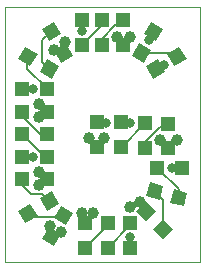
<source format=gtl>
G75*
%MOIN*%
%OFA0B0*%
%FSLAX24Y24*%
%IPPOS*%
%LPD*%
%AMOC8*
5,1,8,0,0,1.08239X$1,22.5*
%
%ADD10C,0.0000*%
%ADD11R,0.0472X0.0472*%
%ADD12R,0.0472X0.0472*%
%ADD13C,0.0397*%
%ADD14C,0.0060*%
%ADD15C,0.0317*%
D10*
X002392Y002517D02*
X002392Y011017D01*
X008892Y011017D01*
X008892Y002517D01*
X002392Y002517D01*
D11*
X002978Y005267D03*
X002978Y006017D03*
X002978Y006767D03*
X002978Y007517D03*
X002978Y008267D03*
X003805Y008267D03*
X003805Y007517D03*
X003805Y006767D03*
X003805Y006017D03*
X003805Y005267D03*
X005079Y003805D03*
X005829Y003805D03*
X006579Y003805D03*
X006579Y002978D03*
X005829Y002978D03*
X005079Y002978D03*
X007478Y005642D03*
X007829Y006291D03*
X008305Y005642D03*
X007079Y006304D03*
X006267Y006353D03*
X005454Y006353D03*
X005454Y007180D03*
X006267Y007180D03*
X007079Y007131D03*
X007829Y007118D03*
X006329Y009728D03*
X005642Y009728D03*
X004954Y009728D03*
X004954Y010555D03*
X005642Y010555D03*
X006329Y010555D03*
D12*
G36*
X007262Y010509D02*
X007670Y010273D01*
X007434Y009865D01*
X007026Y010101D01*
X007262Y010509D01*
G37*
G36*
X006849Y009793D02*
X007257Y009557D01*
X007021Y009149D01*
X006613Y009385D01*
X006849Y009793D01*
G37*
G36*
X007495Y009257D02*
X007731Y008849D01*
X007323Y008613D01*
X007087Y009021D01*
X007495Y009257D01*
G37*
G36*
X008211Y009670D02*
X008447Y009262D01*
X008039Y009026D01*
X007803Y009434D01*
X008211Y009670D01*
G37*
G36*
X004026Y009557D02*
X004434Y009793D01*
X004670Y009385D01*
X004262Y009149D01*
X004026Y009557D01*
G37*
G36*
X003553Y008849D02*
X003789Y009257D01*
X004197Y009021D01*
X003961Y008613D01*
X003553Y008849D01*
G37*
G36*
X002837Y009262D02*
X003073Y009670D01*
X003481Y009434D01*
X003245Y009026D01*
X002837Y009262D01*
G37*
G36*
X003613Y010273D02*
X004021Y010509D01*
X004257Y010101D01*
X003849Y009865D01*
X003613Y010273D01*
G37*
G36*
X007672Y005033D02*
X007549Y004578D01*
X007094Y004701D01*
X007217Y005156D01*
X007672Y005033D01*
G37*
G36*
X008470Y004819D02*
X008347Y004364D01*
X007892Y004487D01*
X008015Y004942D01*
X008470Y004819D01*
G37*
G36*
X008008Y003609D02*
X007675Y003276D01*
X007342Y003609D01*
X007675Y003942D01*
X008008Y003609D01*
G37*
G36*
X007424Y004194D02*
X007091Y003861D01*
X006758Y004194D01*
X007091Y004527D01*
X007424Y004194D01*
G37*
G36*
X004434Y003740D02*
X004026Y003976D01*
X004262Y004384D01*
X004670Y004148D01*
X004434Y003740D01*
G37*
G36*
X004021Y003024D02*
X003613Y003260D01*
X003849Y003668D01*
X004257Y003432D01*
X004021Y003024D01*
G37*
G36*
X003073Y003800D02*
X002837Y004208D01*
X003245Y004444D01*
X003481Y004036D01*
X003073Y003800D01*
G37*
G36*
X003789Y004214D02*
X003553Y004622D01*
X003961Y004858D01*
X004197Y004450D01*
X003789Y004214D01*
G37*
D13*
X003892Y003704D03*
X004267Y003517D03*
X004954Y004142D03*
X005329Y004142D03*
X006579Y004329D03*
X006892Y004517D03*
X007579Y006579D03*
X008142Y006579D03*
X005704Y006642D03*
X005204Y006642D03*
X003517Y007329D03*
X003517Y007767D03*
X004017Y009579D03*
X004392Y009829D03*
X006142Y010017D03*
X006579Y010017D03*
X003517Y005517D03*
X003517Y005079D03*
D14*
X003618Y005079D01*
X003805Y005267D01*
X003555Y005517D01*
X003517Y005517D01*
X003329Y006017D02*
X002978Y006017D01*
X003728Y006017D02*
X002978Y006767D01*
X003079Y007267D02*
X003079Y007416D01*
X002978Y007517D01*
X003079Y007267D02*
X003579Y006767D01*
X003805Y006767D01*
X003618Y007329D02*
X003517Y007329D01*
X003618Y007329D02*
X003805Y007517D01*
X003555Y007767D01*
X003517Y007767D01*
X003329Y008267D02*
X002978Y008267D01*
X003142Y008954D02*
X003142Y009331D01*
X003159Y009348D01*
X003142Y008954D02*
X003805Y008291D01*
X003805Y008267D01*
X003875Y008935D02*
X003642Y009168D01*
X003642Y009892D01*
X003935Y010185D01*
X003935Y010187D01*
X004392Y009829D02*
X004392Y009514D01*
X004348Y009471D01*
X004240Y009579D01*
X004017Y009579D01*
X004954Y009728D02*
X005642Y010416D01*
X005642Y010555D01*
X006079Y010392D02*
X005642Y009954D01*
X005642Y009728D01*
X006142Y009916D02*
X006329Y009728D01*
X006579Y009978D01*
X006579Y010017D01*
X006166Y010392D02*
X006329Y010555D01*
X006166Y010392D02*
X006079Y010392D01*
X006142Y010017D02*
X006142Y009916D01*
X006935Y009471D02*
X008002Y009471D01*
X008125Y009348D01*
X007704Y009079D02*
X007560Y008935D01*
X007409Y008935D01*
X007204Y009892D02*
X007348Y010036D01*
X007348Y010187D01*
X004954Y010204D02*
X004954Y010555D01*
X004954Y009868D02*
X004954Y009728D01*
X005454Y007180D02*
X005728Y007180D01*
X005767Y007142D01*
X005704Y006642D02*
X005704Y006603D01*
X005454Y006353D01*
X005204Y006603D01*
X005204Y006642D01*
X006267Y006353D02*
X006301Y006353D01*
X007079Y007131D01*
X006579Y007142D02*
X006541Y007180D01*
X006267Y007180D01*
X007079Y006516D02*
X007579Y007017D01*
X007728Y007017D01*
X007829Y007118D01*
X007579Y006579D02*
X007579Y006541D01*
X007829Y006291D01*
X008118Y006579D01*
X008142Y006579D01*
X008305Y005642D02*
X007954Y005642D01*
X007544Y005642D02*
X007478Y005642D01*
X008181Y004939D01*
X008181Y004653D01*
X007675Y004574D02*
X007383Y004867D01*
X007675Y004574D02*
X007675Y003609D01*
X007091Y004194D02*
X007091Y004318D01*
X006892Y004517D01*
X006767Y004517D01*
X006579Y004329D01*
X006579Y003805D02*
X006579Y003728D01*
X005829Y002978D01*
X005829Y003728D02*
X005079Y002978D01*
X005079Y003805D02*
X005079Y004017D01*
X004954Y004142D01*
X005329Y004142D01*
X005829Y003805D02*
X005829Y003728D01*
X006579Y003329D02*
X006579Y002978D01*
X004267Y003517D02*
X004096Y003346D01*
X003935Y003346D01*
X003892Y003389D01*
X003892Y003704D01*
X004303Y004017D02*
X004348Y004062D01*
X004303Y004017D02*
X003142Y004017D01*
X003098Y004122D01*
X003159Y004122D01*
X003267Y004767D02*
X003644Y004767D01*
X003875Y004536D01*
X003267Y004767D02*
X002978Y005055D01*
X002978Y005267D01*
X003728Y006017D02*
X003805Y006017D01*
X007079Y006304D02*
X007079Y006516D01*
D15*
X006579Y007142D03*
X005767Y007142D03*
X007704Y009079D03*
X007204Y009892D03*
X004954Y010204D03*
X003329Y008267D03*
X003329Y006017D03*
X006579Y003329D03*
X007954Y005642D03*
M02*

</source>
